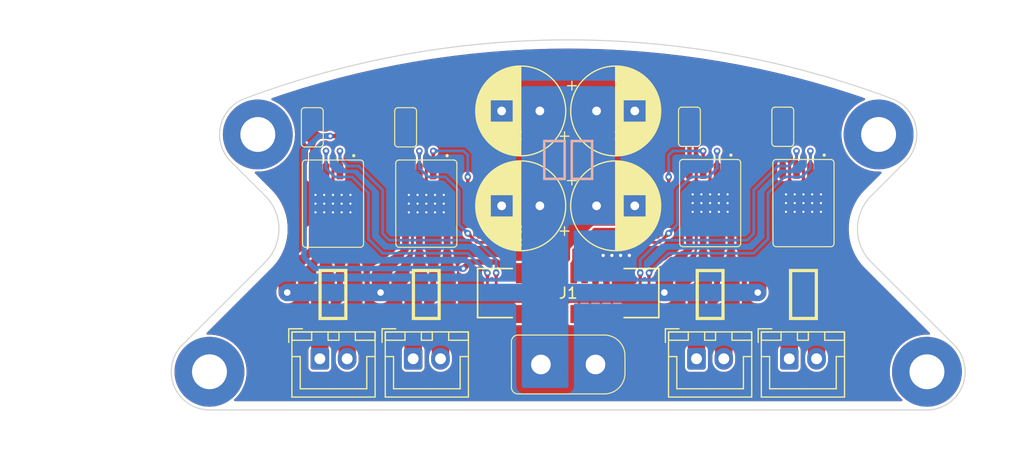
<source format=kicad_pcb>
(kicad_pcb (version 20240108) (generator "pcbnew") (generator_version "8.0")
  (layers (0 "F.Cu" signal) (31 "B.Cu" signal) (34 "B.Paste" user) (35 "F.Paste" user) (36 "B.SilkS" user "B.Silkscreen") (37 "F.SilkS" user "F.Silkscreen") (38 "B.Mask" user) (39 "F.Mask" user) (44 "Edge.Cuts" user))
  (net 0 "")
  (net 1 "+12V")
  (net 2 "GNDREF")
  (net 3 "+5V FILT")
  (net 4 "FL IN 2")
  (net 5 "FL IN 1")
  (net 6 "/FL OUT 2")
  (net 7 "/FL OUT 1")
  (net 8 "/FR OUT 2")
  (net 9 "/FR OUT 1")
  (net 10 "FR IN 2")
  (net 11 "FR IN 1")
  (net 12 "BL IN 1")
  (net 13 "BL IN 2")
  (net 14 "/BL OUT 2")
  (net 15 "/BL OUT 1")
  (net 16 "BR IN 2")
  (net 17 "/BR OUT 1")
  (net 18 "/BR OUT 2")
  (net 19 "BR IN 1")
  (footprint "MountingHole:MountingHole_3.2mm_M3_Pad" (layer "F.Cu") (at 170.042641 114.850462)
    (property "Reference" "H4" (hide yes))
    (property "Value" "MountingHole")
    (pad "1" thru_hole circle (at 0 0) (size 6.4 6.4) (drill 3.2) (layers "*.Cu" "*.Mask"))
  )
  (footprint "Library:xt30-f" (layer "F.Cu") (at 137.180978 114.183123)
    (property "Reference" "J7" (hide yes))
    (property "Value" "Conn_01x02" (hide yes))
    (pad "1" thru_hole roundrect (at -2.5 0 180) (size 3 3) (drill 1.8) (layers "*.Cu" "*.Mask" "Dwgs.User") (roundrect_rratio 0.1) (net 1 "+12V"))
    (pad "2" thru_hole circle (at 2.5 0 180) (size 3 3) (drill 1.8) (layers "*.Cu" "*.Mask") (net 2 "GNDREF"))
  )
  (footprint "Library:P-HSOP8-0405-1p27-001_TOS" (layer "F.Cu") (at 124.180978 99.433123 -90)
    (property "Reference" "IC4" (hide yes))
    (property "Value" "TB67H450FNG,EL" (hide yes))
    (pad "1" smd roundrect (at -2.921 -1.905) (size 0.6 1.4) (layers "F.Cu" "F.Paste" "F.Mask") (roundrect_rratio 0.1) (net 2 "GNDREF"))
    (pad "2" smd roundrect (at -2.921 -0.635) (size 0.6 1.4) (layers "F.Cu" "F.Paste" "F.Mask") (roundrect_rratio 0.1) (net 16 "BR IN 2"))
    (pad "3" smd roundrect (at -2.921 0.635) (size 0.6 1.4) (layers "F.Cu" "F.Paste" "F.Mask") (roundrect_rratio 0.1) (net 19 "BR IN 1"))
    (pad "4" smd roundrect (at -2.921 1.905) (size 0.6 1.4) (layers "F.Cu" "F.Paste" "F.Mask") (roundrect_rratio 0.1) (net 3 "+5V FILT"))
    (pad "5" smd roundrect (at 2.921 1.905 180) (size 0.6 1.4) (layers "F.Cu" "F.Paste" "F.Mask") (roundrect_rratio 0.1) (net 1 "+12V"))
    (pad "6" smd roundrect (at 2.921 0.635 180) (size 0.6 1.4) (layers "F.Cu" "F.Paste" "F.Mask") (roundrect_rratio 0.1) (net 17 "/BR OUT 1"))
    (pad "7" smd roundrect (at 2.921 -0.635 180) (size 0.6 1.4) (layers "F.Cu" "F.Paste" "F.Mask") (roundrect_rratio 0.1) (net 2 "GNDREF"))
    (pad "8" smd roundrect (at 2.921 -1.905 180) (size 0.6 1.4) (layers "F.Cu" "F.Paste" "F.Mask") (roundrect_rratio 0.1) (net 18 "/BR OUT 2"))
    (pad "9" thru_hole circle (at -0.8 -1.6 270) (size 0.4 0.4) (drill 0.2) (layers "*.Cu" "*.Mask") (net 2 "GNDREF"))
    (pad "9" thru_hole circle (at -0.8 -0.8 270) (size 0.4 0.4) (drill 0.2) (layers "*.Cu" "*.Mask") (net 2 "GNDREF"))
    (pad "9" thru_hole circle (at -0.8 0 270) (size 0.4 0.4) (drill 0.2) (layers "*.Cu" "*.Mask") (net 2 "GNDREF"))
    (pad "9" thru_hole circle (at -0.8 0.8 90) (size 0.4 0.4) (drill 0.2) (layers "*.Cu" "*.Mask") (net 2 "GNDREF"))
    (pad "9" thru_hole circle (at -0.8 1.6 90) (size 0.4 0.4) (drill 0.2) (layers "*.Cu" "*.Mask") (net 2 "GNDREF"))
    (pad "9" thru_hole circle (at 0 -1.6 270) (size 0.4 0.4) (drill 0.2) (layers "*.Cu" "*.Mask") (net 2 "GNDREF"))
    (pad "9" thru_hole circle (at 0 -0.8 270) (size 0.4 0.4) (drill 0.2) (layers "*.Cu" "*.Mask") (net 2 "GNDREF"))
    (pad "9" thru_hole circle (at 0 0 270) (size 0.4 0.4) (drill 0.2) (layers "*.Cu" "*.Mask") (net 2 "GNDREF"))
    (pad "9" smd roundrect (at 0 0 270) (size 2.4 4) (layers "F.Cu" "F.Paste" "F.Mask") (roundrect_rratio 0.1) (net 2 "GNDREF"))
    (pad "9" thru_hole circle (at 0 0.8 90) (size 0.4 0.4) (drill 0.2) (layers "*.Cu" "*.Mask") (net 2 "GNDREF"))
    (pad "9" thru_hole circle (at 0 1.6 90) (size 0.4 0.4) (drill 0.2) (layers "*.Cu" "*.Mask") (net 2 "GNDREF"))
    (pad "9" thru_hole circle (at 0.8 -1.6 270) (size 0.4 0.4) (drill 0.2) (layers "*.Cu" "*.Mask") (net 2 "GNDREF"))
    (pad "9" thru_hole circle (at 0.8 -0.8 270) (size 0.4 0.4) (drill 0.2) (layers "*.Cu" "*.Mask") (net 2 "GNDREF"))
    (pad "9" thru_hole circle (at 0.8 0 270) (size 0.4 0.4) (drill 0.2) (layers "*.Cu" "*.Mask") (net 2 "GNDREF"))
    (pad "9" thru_hole circle (at 0.8 0.8 90) (size 0.4 0.4) (drill 0.2) (layers "*.Cu" "*.Mask") (net 2 "GNDREF"))
    (pad "9" thru_hole circle (at 0.8 1.6 90) (size 0.4 0.4) (drill 0.2) (layers "*.Cu" "*.Mask") (net 2 "GNDREF"))
  )
  (footprint "Connector_JST:JST_XH_B2B-XH-A_1x02_P2.50mm_Vertical" (layer "F.Cu") (at 114.430978 113.658123)
    (property "Reference" "J5" (hide yes))
    (property "Value" "BL")
    (pad "1" thru_hole roundrect (at 0 0) (size 1.7 2) (drill 1) (layers "*.Cu" "*.Mask") (roundrect_rratio 0.147059) (net 15 "/BL OUT 1"))
    (pad "2" thru_hole oval (at 2.5 0) (size 1.7 2) (drill 1) (layers "*.Cu" "*.Mask") (net 14 "/BL OUT 2"))
  )
  (footprint "Library:P-HSOP8-0405-1p27-001_TOS" (layer "F.Cu") (at 158.730978 99.383123 -90)
    (property "Reference" "IC2" (hide yes))
    (property "Value" "TB67H450FNG,EL" (hide yes))
    (pad "1" smd roundrect (at -2.921 -1.905) (size 0.6 1.4) (layers "F.Cu" "F.Paste" "F.Mask") (roundrect_rratio 0.1) (net 2 "GNDREF"))
    (pad "2" smd roundrect (at -2.921 -0.635) (size 0.6 1.4) (layers "F.Cu" "F.Paste" "F.Mask") (roundrect_rratio 0.1) (net 10 "FR IN 2"))
    (pad "3" smd roundrect (at -2.921 0.635) (size 0.6 1.4) (layers "F.Cu" "F.Paste" "F.Mask") (roundrect_rratio 0.1) (net 11 "FR IN 1"))
    (pad "4" smd roundrect (at -2.921 1.905) (size 0.6 1.4) (layers "F.Cu" "F.Paste" "F.Mask") (roundrect_rratio 0.1) (net 3 "+5V FILT"))
    (pad "5" smd roundrect (at 2.921 1.905 180) (size 0.6 1.4) (layers "F.Cu" "F.Paste" "F.Mask") (roundrect_rratio 0.1) (net 1 "+12V"))
    (pad "6" smd roundrect (at 2.921 0.635 180) (size 0.6 1.4) (layers "F.Cu" "F.Paste" "F.Mask") (roundrect_rratio 0.1) (net 9 "/FR OUT 1"))
    (pad "7" smd roundrect (at 2.921 -0.635 180) (size 0.6 1.4) (layers "F.Cu" "F.Paste" "F.Mask") (roundrect_rratio 0.1) (net 2 "GNDREF"))
    (pad "8" smd roundrect (at 2.921 -1.905 180) (size 0.6 1.4) (layers "F.Cu" "F.Paste" "F.Mask") (roundrect_rratio 0.1) (net 8 "/FR OUT 2"))
    (pad "9" thru_hole circle (at -0.8 -1.6 270) (size 0.4 0.4) (drill 0.2) (layers "*.Cu" "*.Mask") (net 2 "GNDREF"))
    (pad "9" thru_hole circle (at -0.8 -0.8 270) (size 0.4 0.4) (drill 0.2) (layers "*.Cu" "*.Mask") (net 2 "GNDREF"))
    (pad "9" thru_hole circle (at -0.8 0 270) (size 0.4 0.4) (drill 0.2) (layers "*.Cu" "*.Mask") (net 2 "GNDREF"))
    (pad "9" thru_hole circle (at -0.8 0.8 90) (size 0.4 0.4) (drill 0.2) (layers "*.Cu" "*.Mask") (net 2 "GNDREF"))
    (pad "9" thru_hole circle (at -0.8 1.6 90) (size 0.4 0.4) (drill 0.2) (layers "*.Cu" "*.Mask") (net 2 "GNDREF"))
    (pad "9" thru_hole circle (at 0 -1.6 270) (size 0.4 0.4) (drill 0.2) (layers "*.Cu" "*.Mask") (net 2 "GNDREF"))
    (pad "9" thru_hole circle (at 0 -0.8 270) (size 0.4 0.4) (drill 0.2) (layers "*.Cu" "*.Mask") (net 2 "GNDREF"))
    (pad "9" thru_hole circle (at 0 0 270) (size 0.4 0.4) (drill 0.2) (layers "*.Cu" "*.Mask") (net 2 "GNDREF"))
    (pad "9" smd roundrect (at 0 0 270) (size 2.4 4) (layers "F.Cu" "F.Paste" "F.Mask") (roundrect_rratio 0.1) (net 2 "GNDREF"))
    (pad "9" thru_hole circle (at 0 0.8 90) (size 0.4 0.4) (drill 0.2) (layers "*.Cu" "*.Mask") (net 2 "GNDREF"))
    (pad "9" thru_hole circle (at 0 1.6 90) (size 0.4 0.4) (drill 0.2) (layers "*.Cu" "*.Mask") (net 2 "GNDREF"))
    (pad "9" thru_hole circle (at 0.8 -1.6 270) (size 0.4 0.4) (drill 0.2) (layers "*.Cu" "*.Mask") (net 2 "GNDREF"))
    (pad "9" thru_hole circle (at 0.8 -0.8 270) (size 0.4 0.4) (drill 0.2) (layers "*.Cu" "*.Mask") (net 2 "GNDREF"))
    (pad "9" thru_hole circle (at 0.8 0 270) (size 0.4 0.4) (drill 0.2) (layers "*.Cu" "*.Mask") (net 2 "GNDREF"))
    (pad "9" thru_hole circle (at 0.8 0.8 90) (size 0.4 0.4) (drill 0.2) (layers "*.Cu" "*.Mask") (net 2 "GNDREF"))
    (pad "9" thru_hole circle (at 0.8 1.6 90) (size 0.4 0.4) (drill 0.2) (layers "*.Cu" "*.Mask") (net 2 "GNDREF"))
  )
  (footprint "Capacitor_THT:CP_Radial_D8.0mm_P3.50mm" (layer "F.Cu") (at 134.583629 90.933123 180)
    (property "Reference" "C1" (hide yes))
    (property "Value" "100u")
    (pad "1" thru_hole rect (at 0 0 180) (size 1.6 1.6) (drill 0.8) (layers "*.Cu" "*.Mask") (net 1 "+12V"))
    (pad "2" thru_hole circle (at 3.5 0 180) (size 1.6 1.6) (drill 0.8) (layers "*.Cu" "*.Mask") (net 2 "GNDREF"))
  )
  (footprint "Library:P-HSOP8-0405-1p27-001_TOS" (layer "F.Cu") (at 115.630978 99.433123 -90)
    (property "Reference" "IC3" (hide yes))
    (property "Value" "TB67H450FNG,EL" (hide yes))
    (pad "1" smd roundrect (at -2.921 -1.905) (size 0.6 1.4) (layers "F.Cu" "F.Paste" "F.Mask") (roundrect_rratio 0.1) (net 2 "GNDREF"))
    (pad "2" smd roundrect (at -2.921 -0.635) (size 0.6 1.4) (layers "F.Cu" "F.Paste" "F.Mask") (roundrect_rratio 0.1) (net 13 "BL IN 2"))
    (pad "3" smd roundrect (at -2.921 0.635) (size 0.6 1.4) (layers "F.Cu" "F.Paste" "F.Mask") (roundrect_rratio 0.1) (net 12 "BL IN 1"))
    (pad "4" smd roundrect (at -2.921 1.905) (size 0.6 1.4) (layers "F.Cu" "F.Paste" "F.Mask") (roundrect_rratio 0.1) (net 3 "+5V FILT"))
    (pad "5" smd roundrect (at 2.921 1.905 180) (size 0.6 1.4) (layers "F.Cu" "F.Paste" "F.Mask") (roundrect_rratio 0.1) (net 1 "+12V"))
    (pad "6" smd roundrect (at 2.921 0.635 180) (size 0.6 1.4) (layers "F.Cu" "F.Paste" "F.Mask") (roundrect_rratio 0.1) (net 15 "/BL OUT 1"))
    (pad "7" smd roundrect (at 2.921 -0.635 180) (size 0.6 1.4) (layers "F.Cu" "F.Paste" "F.Mask") (roundrect_rratio 0.1) (net 2 "GNDREF"))
    (pad "8" smd roundrect (at 2.921 -1.905 180) (size 0.6 1.4) (layers "F.Cu" "F.Paste" "F.Mask") (roundrect_rratio 0.1) (net 14 "/BL OUT 2"))
    (pad "9" thru_hole circle (at -0.8 -1.6 270) (size 0.4 0.4) (drill 0.2) (layers "*.Cu" "*.Mask") (net 2 "GNDREF"))
    (pad "9" thru_hole circle (at -0.8 -0.8 270) (size 0.4 0.4) (drill 0.2) (layers "*.Cu" "*.Mask") (net 2 "GNDREF"))
    (pad "9" thru_hole circle (at -0.8 0 270) (size 0.4 0.4) (drill 0.2) (layers "*.Cu" "*.Mask") (net 2 "GNDREF"))
    (pad "9" thru_hole circle (at -0.8 0.8 90) (size 0.4 0.4) (drill 0.2) (layers "*.Cu" "*.Mask") (net 2 "GNDREF"))
    (pad "9" thru_hole circle (at -0.8 1.6 90) (size 0.4 0.4) (drill 0.2) (layers "*.Cu" "*.Mask") (net 2 "GNDREF"))
    (pad "9" thru_hole circle (at 0 -1.6 270) (size 0.4 0.4) (drill 0.2) (layers "*.Cu" "*.Mask") (net 2 "GNDREF"))
    (pad "9" thru_hole circle (at 0 -0.8 270) (size 0.4 0.4) (drill 0.2) (layers "*.Cu" "*.Mask") (net 2 "GNDREF"))
    (pad "9" thru_hole circle (at 0 0 270) (size 0.4 0.4) (drill 0.2) (layers "*.Cu" "*.Mask") (net 2 "GNDREF"))
    (pad "9" smd roundrect (at 0 0 270) (size 2.4 4) (layers "F.Cu" "F.Paste" "F.Mask") (roundrect_rratio 0.1) (net 2 "GNDREF"))
    (pad "9" thru_hole circle (at 0 0.8 90) (size 0.4 0.4) (drill 0.2) (layers "*.Cu" "*.Mask") (net 2 "GNDREF"))
    (pad "9" thru_hole circle (at 0 1.6 90) (size 0.4 0.4) (drill 0.2) (layers "*.Cu" "*.Mask") (net 2 "GNDREF"))
    (pad "9" thru_hole circle (at 0.8 -1.6 270) (size 0.4 0.4) (drill 0.2) (layers "*.Cu" "*.Mask") (net 2 "GNDREF"))
    (pad "9" thru_hole circle (at 0.8 -0.8 270) (size 0.4 0.4) (drill 0.2) (layers "*.Cu" "*.Mask") (net 2 "GNDREF"))
    (pad "9" thru_hole circle (at 0.8 0 270) (size 0.4 0.4) (drill 0.2) (layers "*.Cu" "*.Mask") (net 2 "GNDREF"))
    (pad "9" thru_hole circle (at 0.8 0.8 90) (size 0.4 0.4) (drill 0.2) (layers "*.Cu" "*.Mask") (net 2 "GNDREF"))
    (pad "9" thru_hole circle (at 0.8 1.6 90) (size 0.4 0.4) (drill 0.2) (layers "*.Cu" "*.Mask") (net 2 "GNDREF"))
  )
  (footprint "Library:526101071" (layer "F.Cu") (at 137.180978 107.633123)
    (property "Reference" "J1" (at 0 0 0) (layer "F.SilkS"))
    (property "Value" "Conn_01x10" (hide yes))
    (pad "1" smd rect (at -4.499983 -1.825) (size 0.6 1.85) (layers "F.Cu" "F.Paste" "F.Mask") (net 3 "+5V FILT"))
    (pad "1B" smd rect (at -4.499983 1.925) (size 0.6 1.65) (layers "F.Cu" "F.Paste" "F.Mask"))
    (pad "2" smd rect (at -3.499983 -1.825) (size 0.6 1.85) (layers "F.Cu" "F.Paste" "F.Mask") (net 13 "BL IN 2"))
    (pad "2B" smd rect (at -3.499983 1.925) (size 0.6 1.65) (layers "F.Cu" "F.Paste" "F.Mask"))
    (pad "3" smd rect (at -2.499983 -1.825) (size 0.6 1.85) (layers "F.Cu" "F.Paste" "F.Mask") (net 12 "BL IN 1"))
    (pad "3B" smd rect (at -2.499983 1.925) (size 0.6 1.65) (layers "F.Cu" "F.Paste" "F.Mask"))
    (pad "4" smd rect (at -1.499983 -1.825) (size 0.6 1.85) (layers "F.Cu" "F.Paste" "F.Mask") (net 19 "BR IN 1"))
    (pad "4B" smd rect (at -1.499983 1.925) (size 0.6 1.65) (layers "F.Cu" "F.Paste" "F.Mask"))
    (pad "5" smd rect (at -0.499983 -1.825) (size 0.6 1.85) (layers "F.Cu" "F.Paste" "F.Mask") (net 16 "BR IN 2"))
    (pad "5B" smd rect (at -0.499983 1.925) (size 0.6 1.65) (layers "F.Cu" "F.Paste" "F.Mask"))
    (pad "6" smd rect (at 0.500017 -1.825) (size 0.6 1.85) (layers "F.Cu" "F.Paste" "F.Mask") (net 5 "FL IN 1"))
    (pad "6B" smd rect (at 0.500017 1.925) (size 0.6 1.65) (layers "F.Cu" "F.Paste" "F.Mask"))
    (pad "7" smd rect (at 1.500017 -1.825) (size 0.6 1.85) (layers "F.Cu" "F.Paste" "F.Mask") (net 4 "FL IN 2"))
    (pad "7B" smd rect (at 1.500017 1.925) (size 0.6 1.65) (layers "F.Cu" "F.Paste" "F.Mask"))
    (pad "8" smd rect (at 2.500017 -1.825) (size 0.6 1.85) (layers "F.Cu" "F.Paste" "F.Mask") (net 10 "FR IN 2"))
    (pad "8B" smd rect (at 2.500017 1.925) (size 0.6 1.65) (layers "F.Cu" "F.Paste" "F.Mask"))
    (pad "9" smd rect (at 3.500017 -1.825) (size 0.6 1.85) (layers "F.Cu" "F.Paste" "F.Mask") (net 11 "FR IN 1"))
    (pad "9B" smd rect (at 3.500017 1.925) (size 0.6 1.65) (layers "F.Cu" "F.Paste" "F.Mask"))
    (pad "10" smd rect (at 4.500017 -1.825) (size 0.6 1.85) (layers "F.Cu" "F.Paste" "F.Mask") (net 2 "GNDREF"))
    (pad "10B" smd rect (at 4.500017 1.925) (size 0.6 1.65) (layers "F.Cu" "F.Paste" "F.Mask"))
  )
  (footprint "Library:cap0603" (layer "F.Cu") (at 156.835978 92.383123 90)
    (property "Reference" "C4" (hide yes))
    (property "Value" "0u1" (hide yes))
    (pad "1" smd roundrect (at -0.8 0 90) (size 1 1) (layers "F.Cu" "F.Paste" "F.Mask") (roundrect_rratio 0.1) (net 3 "+5V FILT"))
    (pad "2" smd roundrect (at 0.8 0 90) (size 1 1) (layers "F.Cu" "F.Paste" "F.Mask") (roundrect_rratio 0.1) (net 2 "GNDREF"))
  )
  (footprint "MountingHole:MountingHole_3.2mm_M3_Pad" (layer "F.Cu") (at 108.748792 93.090285)
    (property "Reference" "H1" (hide yes))
    (property "Value" "MountingHole")
    (pad "1" thru_hole circle (at 0 0) (size 6.4 6.4) (drill 3.2) (layers "*.Cu" "*.Mask"))
  )
  (footprint "Capacitor_THT:CP_Radial_D8.0mm_P3.50mm" (layer "F.Cu") (at 134.583629 99.633123 180)
    (property "Reference" "C5" (hide yes))
    (property "Value" "100u")
    (pad "1" thru_hole rect (at 0 0 180) (size 1.6 1.6) (drill 0.8) (layers "*.Cu" "*.Mask") (net 1 "+12V"))
    (pad "2" thru_hole circle (at 3.5 0 180) (size 1.6 1.6) (drill 0.8) (layers "*.Cu" "*.Mask") (net 2 "GNDREF"))
  )
  (footprint "Library:cap0603" (layer "F.Cu") (at 113.735978 92.433123 90)
    (property "Reference" "C7" (hide yes))
    (property "Value" "0u1" (hide yes))
    (pad "1" smd roundrect (at -0.8 0 90) (size 1 1) (layers "F.Cu" "F.Paste" "F.Mask") (roundrect_rratio 0.1) (net 3 "+5V FILT"))
    (pad "2" smd roundrect (at 0.8 0 90) (size 1 1) (layers "F.Cu" "F.Paste" "F.Mask") (roundrect_rratio 0.1) (net 2 "GNDREF"))
  )
  (footprint "MountingHole:MountingHole_3.2mm_M3_Pad" (layer "F.Cu") (at 104.319315 114.850462)
    (property "Reference" "H3" (hide yes))
    (property "Value" "MountingHole")
    (pad "1" thru_hole circle (at 0 0) (size 6.4 6.4) (drill 3.2) (layers "*.Cu" "*.Mask"))
  )
  (footprint "Connector_JST:JST_XH_B2B-XH-A_1x02_P2.50mm_Vertical" (layer "F.Cu") (at 157.430978 113.658123)
    (property "Reference" "J4" (hide yes))
    (property "Value" "FR")
    (pad "1" thru_hole roundrect (at 0 0) (size 1.7 2) (drill 1) (layers "*.Cu" "*.Mask") (roundrect_rratio 0.147059) (net 9 "/FR OUT 1"))
    (pad "2" thru_hole oval (at 2.5 0) (size 1.7 2) (drill 1) (layers "*.Cu" "*.Mask") (net 8 "/FR OUT 2"))
  )
  (footprint "Connector_JST:JST_XH_B2B-XH-A_1x02_P2.50mm_Vertical" (layer "F.Cu") (at 148.930978 113.658123)
    (property "Reference" "J3" (hide yes))
    (property "Value" "FL")
    (pad "1" thru_hole roundrect (at 0 0) (size 1.7 2) (drill 1) (layers "*.Cu" "*.Mask") (roundrect_rratio 0.147059) (net 7 "/FL OUT 1"))
    (pad "2" thru_hole oval (at 2.5 0) (size 1.7 2) (drill 1) (layers "*.Cu" "*.Mask") (net 6 "/FL OUT 2"))
  )
  (footprint "Capacitor_THT:CP_Radial_D8.0mm_P3.50mm" (layer "F.Cu") (at 139.778327 90.933123)
    (property "Reference" "C2" (hide yes))
    (property "Value" "100u")
    (pad "1" thru_hole rect (at 0 0) (size 1.6 1.6) (drill 0.8) (layers "*.Cu" "*.Mask") (net 1 "+12V"))
    (pad "2" thru_hole circle (at 3.5 0) (size 1.6 1.6) (drill 0.8) (layers "*.Cu" "*.Mask") (net 2 "GNDREF"))
  )
  (footprint "Library:cap0603" (layer "F.Cu") (at 148.285978 92.383123 90)
    (property "Reference" "C3" (hide yes))
    (property "Value" "0u1" (hide yes))
    (pad "1" smd roundrect (at -0.8 0 90) (size 1 1) (layers "F.Cu" "F.Paste" "F.Mask") (roundrect_rratio 0.1) (net 3 "+5V FILT"))
    (pad "2" smd roundrect (at 0.8 0 90) (size 1 1) (layers "F.Cu" "F.Paste" "F.Mask") (roundrect_rratio 0.1) (net 2 "GNDREF"))
  )
  (footprint "Library:P-HSOP8-0405-1p27-001_TOS" (layer "F.Cu") (at 150.180978 99.383123 -90)
    (property "Reference" "IC1" (hide yes))
    (property "Value" "TB67H450FNG,EL" (hide yes))
    (pad "1" smd roundrect (at -2.921 -1.905) (size 0.6 1.4) (layers "F.Cu" "F.Paste" "F.Mask") (roundrect_rratio 0.1) (net 2 "GNDREF"))
    (pad "2" smd roundrect (at -2.921 -0.635) (size 0.6 1.4) (layers "F.Cu" "F.Paste" "F.Mask") (roundrect_rratio 0.1) (net 4 "FL IN 2"))
    (pad "3" smd roundrect (at -2.921 0.635) (size 0.6 1.4) (layers "F.Cu" "F.Paste" "F.Mask") (roundrect_rratio 0.1) (net 5 "FL IN 1"))
    (pad "4" smd roundrect (at -2.921 1.905) (size 0.6 1.4) (layers "F.Cu" "F.Paste" "F.Mask") (roundrect_rratio 0.1) (net 3 "+5V FILT"))
    (pad "5" smd roundrect (at 2.921 1.905 180) (size 0.6 1.4) (layers "F.Cu" "F.Paste" "F.Mask") (roundrect_rratio 0.1) (net 1 "+12V"))
    (pad "6" smd roundrect (at 2.921 0.635 180) (size 0.6 1.4) (layers "F.Cu" "F.Paste" "F.Mask") (roundrect_rratio 0.1) (net 7 "/FL OUT 1"))
    (pad "7" smd roundrect (at 2.921 -0.635 180) (size 0.6 1.4) (layers "F.Cu" "F.Paste" "F.Mask") (roundrect_rratio 0.1) (net 2 "GNDREF"))
    (pad "8" smd roundrect (at 2.921 -1.905 180) (size 0.6 1.4) (layers "F.Cu" "F.Paste" "F.Mask") (roundrect_rratio 0.1) (net 6 "/FL OUT 2"))
    (pad "9" thru_hole circle (at -0.8 -1.6 270) (size 0.4 0.4) (drill 0.2) (layers "*.Cu" "*.Mask") (net 2 "GNDREF"))
    (pad "9" thru_hole circle (at -0.8 -0.8 270) (size 0.4 0.4) (drill 0.2) (layers "*.Cu" "*.Mask") (net 2 "GNDREF"))
    (pad "9" thru_hole circle (at -0.8 0 270) (size 0.4 0.4) (drill 0.2) (layers "*.Cu" "*.Mask") (net 2 "GNDREF"))
    (pad "9" thru_hole circle (at -0.8 0.8 90) (size 0.4 0.4) (drill 0.2) (layers "*.Cu" "*.Mask") (net 2 "GNDREF"))
    (pad "9" thru_hole circle (at -0.8 1.6 90) (size 0.4 0.4) (drill 0.2) (layers "*.Cu" "*.Mask") (net 2 "GNDREF"))
    (pad "9" thru_hole circle (at 0 -1.6 270) (size 0.4 0.4) (drill 0.2) (layers "*.Cu" "*.Mask") (net 2 "GNDREF"))
    (pad "9" thru_hole circle (at 0 -0.8 270) (size 0.4 0.4) (drill 0.2) (layers "*.Cu" "*.Mask") (net 2 "GNDREF"))
    (pad "9" thru_hole circle (at 0 0 270) (size 0.4 0.4) (drill 0.2) (layers "*.Cu" "*.Mask") (net 2 "GNDREF"))
    (pad "9" smd roundrect (at 0 0 270) (size 2.4 4) (layers "F.Cu" "F.Paste" "F.Mask") (roundrect_rratio 0.1) (net 2 "GNDREF"))
    (pad "9" thru_hole circle (at 0 0.8 90) (size 0.4 0.4) (drill 0.2) (layers "*.Cu" "*.Mask") (net 2 "GNDREF"))
    (pad "9" thru_hole circle (at 0 1.6 90) (size 0.4 0.4) (drill 0.2) (layers "*.Cu" "*.Mask") (net 2 "GNDREF"))
    (pad "9" thru_hole circle (at 0.8 -1.6 270) (size 0.4 0.4) (drill 0.2) (layers "*.Cu" "*.Mask") (net 2 "GNDREF"))
    (pad "9" thru_hole circle (at 0.8 -0.8 270) (size 0.4 0.4) (drill 0.2) (layers "*.Cu" "*.Mask") (net 2 "GNDREF"))
    (pad "9" thru_hole circle (at 0.8 0 270) (size 0.4 0.4) (drill 0.2) (layers "*.Cu" "*.Mask") (net 2 "GNDREF"))
    (pad "9" thru_hole circle (at 0.8 0.8 90) (size 0.4 0.4) (drill 0.2) (layers "*.Cu" "*.Mask") (net 2 "GNDREF"))
    (pad "9" thru_hole circle (at 0.8 1.6 90) (size 0.4 0.4) (drill 0.2) (layers "*.Cu" "*.Mask") (net 2 "GNDREF"))
  )
  (footprint "MountingHole:MountingHole_3.2mm_M3_Pad" (layer "F.Cu") (at 165.613164 93.090286)
    (property "Reference" "H2" (hide yes))
    (property "Value" "MountingHole")
    (pad "1" thru_hole circle (at 0 0) (size 6.4 6.4) (drill 3.2) (layers "*.Cu" "*.Mask"))
  )
  (footprint "Library:cap0603" (layer "F.Cu") (at 122.285978 92.433123 90)
    (property "Reference" "C8" (hide yes))
    (property "Value" "0u1" (hide yes))
    (pad "1" smd roundrect (at -0.8 0 90) (size 1 1) (layers "F.Cu" "F.Paste" "F.Mask") (roundrect_rratio 0.1) (net 3 "+5V FILT"))
    (pad "2" smd roundrect (at 0.8 0 90) (size 1 1) (layers "F.Cu" "F.Paste" "F.Mask") (roundrect_rratio 0.1) (net 2 "GNDREF"))
  )
  (footprint "Capacitor_THT:CP_Radial_D8.0mm_P3.50mm" (layer "F.Cu") (at 139.778327 99.633123)
    (property "Reference" "C6" (hide yes))
    (property "Value" "100u")
    (pad "1" thru_hole rect (at 0 0) (size 1.6 1.6) (drill 0.8) (layers "*.Cu" "*.Mask") (net 1 "+12V"))
    (pad "2" thru_hole circle (at 3.5 0) (size 1.6 1.6) (drill 0.8) (layers "*.Cu" "*.Mask") (net 2 "GNDREF"))
  )
  (footprint "Connector_JST:JST_XH_B2B-XH-A_1x02_P2.50mm_Vertical" (layer "F.Cu") (at 122.980978 113.658123)
    (property "Reference" "J6" (hide yes))
    (property "Value" "BR")
    (pad "1" thru_hole roundrect (at 0 0) (size 1.7 2) (drill 1) (layers "*.Cu" "*.Mask") (roundrect_rratio 0.147059) (net 17 "/BR OUT 1"))
    (pad "2" thru_hole oval (at 2.5 0) (size 1.7 2) (drill 1) (layers "*.Cu" "*.Mask") (net 18 "/BR OUT 2"))
  )
  (gr_arc (start 172.517514 112.375588) (mid 173.276219 116.189855) (end 170.042641 118.350462) (stroke (width 0.1)) (layer "Edge.Cuts"))
  (gr_arc (start 166.846282 89.814706) (mid 169.034315 92.35152) (end 168.088038 95.565159) (stroke (width 0.1)) (layer "Edge.Cuts"))
  (gr_arc (start 106.273918 95.565159) (mid 105.327643 92.351521) (end 107.515674 89.814706) (stroke (width 0.1)) (layer "Edge.Cuts"))
  (gr_line (start 109.423835 104.796195) (end 101.844442 112.375589) (stroke (width 0.1)) (layer "Edge.Cuts"))
  (gr_circle (center 165.613164 93.090285) (end 165.613164 93.080285) (stroke (width 0.0001)) (fill solid) (layer "Edge.Cuts"))
  (gr_arc (start 104.319315 118.350462) (mid 101.08574 116.189854) (end 101.844442 112.375589) (stroke (width 0.1)) (layer "Edge.Cuts"))
  (gr_line (start 164.938121 98.715075) (end 168.088038 95.565159) (stroke (width 0.1)) (layer "Edge.Cuts"))
  (gr_line (start 106.273918 95.565159) (end 109.423835 98.715075) (stroke (width 0.1)) (layer "Edge.Cuts"))
  (gr_line (start 104.319315 118.350462) (end 170.042641 118.350462) (stroke (width 0.1)) (layer "Edge.Cuts"))
  (gr_line (start 172.517514 112.375588) (end 164.938121 104.796195) (stroke (width 0.1)) (layer "Edge.Cuts"))
  (gr_arc (start 107.515674 89.814706) (mid 137.180978 84.415783) (end 166.846282 89.814706) (stroke (width 0.1)) (layer "Edge.Cuts"))
  (gr_circle (center 170.042641 114.850462) (end 170.042641 114.840462) (stroke (width 0.0001)) (fill solid) (layer "Edge.Cuts"))
  (gr_circle (center 108.748792 93.090285) (end 108.748792 93.080285) (stroke (width 0.0001)) (fill solid) (layer "Edge.Cuts"))
  (gr_circle (center 104.319315 114.850462) (end 104.319315 114.840462) (stroke (width 0.0001)) (fill solid) (layer "Edge.Cuts"))
  (gr_arc (start 164.938121 104.796195) (mid 163.67868 101.755635) (end 164.938121 98.715075) (stroke (width 0.1)) (layer "Edge.Cuts"))
  (gr_arc (start 109.423835 98.715075) (mid 110.683276 101.755635) (end 109.423835 104.796195) (stroke (width 0.1)) (layer "Edge.Cuts"))
  (gr_text "雨子" (at 137.180978 95.283123 0) (layer "B.SilkS") (effects (font (size 3 3) (thickness 0.3) (bold yes)) (justify mirror)))
  (gr_text "高" (at 115.630978 107.583123 0) (layer "F.SilkS") (effects (font (size 3.8 3.8) (thickness 0.1) (bold yes))))
  (gr_text "表" (at 150.180978 107.583123 0) (layer "F.SilkS") (effects (font (size 3.8 3.8) (thickness 0.1) (bold yes))))
  (gr_text "温" (at 124.180978 107.583123 0) (layer "F.SilkS") (effects (font (size 3.8 3.8) (thickness 0.1) (bold yes))))
  (gr_text "面" (at 158.730978 107.583123 0) (layer "F.SilkS") (effects (font (size 3.8 3.8) (thickness 0.1) (bold yes))))
  (segment (start 112.746107 104.617994) (end 113.180978 104.183123) (width 0.8) (layer "F.Cu") (net 1))
  (segment (start 122.275978 103.638123) (end 121.730978 104.183123) (width 0.6) (layer "F.Cu") (net 1))
  (segment (start 148.275978 102.304122) (end 148.275978 103.588123) (width 0.6) (layer "F.Cu") (net 1))
  (segment (start 155.411236 105.002865) (end 155.846107 104.567994) (width 1) (layer "F.Cu") (net 1))
  (segment (start 146.861236 105.002865) (end 147.296107 104.567994) (width 1) (layer "F.Cu") (net 1))
  (segment (start 145.991494 105.872607) (end 146.426365 105.437736) (width 1.4) (layer "F.Cu") (net 1))
  (segment (start 111.441494 105.922607) (end 111.876365 105.487736) (width 1.4) (layer "F.Cu") (net 1))
  (segment (start 120.861236 105.052865) (end 121.296107 104.617994) (width 1) (layer "F.Cu") (net 1))
  (segment (start 156.825978 103.588123) (end 156.280978 104.133123) (width 0.6) (layer "F.Cu") (net 1))
  (segment (start 146.426365 105.437736) (end 146.861236 105.002865) (width 1.2) (layer "F.Cu") (net 1))
  (segment (start 156.825978 102.304122) (end 156.825978 103.588123) (width 0.6) (layer "F.Cu") (net 1))
  (segment (start 121.296107 104.617994) (end 121.730978 104.183123) (width 0.8) (layer "F.Cu") (net 1))
  (segment (start 112.311236 105.052865) (end 112.746107 104.617994) (width 1) (layer "F.Cu") (net 1))
  (segment (start 148.275978 103.588123) (end 147.730978 104.133123) (width 0.6) (layer "F.Cu") (net 1))
  (segment (start 113.725978 103.638123) (end 113.180978 104.183123) (width 0.6) (layer "F.Cu") (net 1))
  (segment (start 155.846107 104.567994) (end 156.280978 104.133123) (width 0.8) (layer "F.Cu") (net 1))
  (segment (start 154.541494 105.872607) (end 154.976365 105.437736) (width 1.4) (layer "F.Cu") (net 1))
  (segment (start 145.991494 105.872607) (end 145.991494 107.583123) (width 1.6) (layer "F.Cu") (net 1))
  (segment (start 122.275978 102.354122) (end 122.275978 103.638123) (width 0.6) (layer "F.Cu") (net 1))
  (segment (start 154.976365 105.437736) (end 155.411236 105.002865) (width 1.2) (layer "F.Cu") (net 1))
  (segment (start 111.876365 105.487736) (end 112.311236 105.052865) (width 1.2) (layer "F.Cu") (net 1))
  (segment (start 120.426365 105.487736) (end 120.861236 105.052865) (width 1.2) (layer "F.Cu") (net 1))
  (segment (start 113.725978 102.354122) (end 113.725978 103.638123) (width 0.6) (layer "F.Cu") (net 1))
  (segment (start 147.296107 104.567994) (end 147.730978 104.133123) (width 0.8) (layer "F.Cu") (net 1))
  (segment (start 119.991494 105.922607) (end 119.991494 107.583123) (width 1.6) (layer "F.Cu") (net 1))
  (segment (start 119.991494 105.922607) (end 120.426365 105.487736) (width 1.4) (layer "F.Cu") (net 1))
  (segment (start 154.541494 105.872607) (end 154.541494 107.583123) (width 1.6) (layer "F.Cu") (net 1))
  (segment (start 111.441494 105.922607) (end 111.441494 107.583123) (width 1.6) (layer "F.Cu") (net 1))
  (via (at 154.541494 107.583123) (size 0.9) (drill 0.6) (layers "F.Cu" "B.Cu") (net 1))
  (via (at 111.441494 107.583123) (size 0.9) (drill 0.6) (layers "F.Cu" "B.Cu") (net 1))
  (via (at 145.991494 107.583123) (size 0.9) (drill 0.6) (layers "F.Cu" "B.Cu") (net 1))
  (via (at 119.991494 107.583123) (size 0.9) (drill 0.6) (layers "F.Cu" "B.Cu") (net 1))
  (segment (start 111.441494 107.583123) (end 154.541494 107.583123) (width 1.6) (layer "B.Cu") (net 1))
  (via (at 140.380978 104.183123) (size 0.6) (drill 0.3) (layers "F.Cu" "B.Cu") (net 2))
  (via (at 141.180978 104.183123) (size 0.6) (drill 0.3) (layers "F.Cu" "B.Cu") (net 2))
  (via (at 141.980978 104.183123) (size 0.6) (drill 0.3) (layers "F.Cu" "B.Cu") (net 2))
  (via (at 142.780978 104.183123) (size 0.6) (drill 0.3) (layers "F.Cu" "B.Cu") (net 2))
  (segment (start 156.555977 93.183122) (end 156.505977 93.233122) (width 0.5) (layer "F.Cu") (net 3))
  (segment (start 148.285978 93.183122) (end 148.285978 96.452124) (width 0.4) (layer "F.Cu") (net 3))
  (segment (start 156.835978 93.183122) (end 156.835978 96.452124) (width 0.4) (layer "F.Cu") (net 3))
  (segment (start 122.285978 93.233122) (end 122.285978 96.502124) (width 0.4) (layer "F.Cu") (net 3))
  (segment (start 130.655997 104.783123) (end 131.680997 105.808123) (width 0.5) (layer "F.Cu") (net 3))
  (segment (start 113.735978 93.233122) (end 122.285978 93.233122) (width 0.4) (layer "F.Cu") (net 3))
  (segment (start 113.735978 93.233122) (end 113.735978 96.502124) (width 0.4) (layer "F.Cu") (net 3))
  (segment (start 127.580978 105.383123) (end 128.180978 104.783123) (width 0.5) (layer "F.Cu") (net 3))
  (segment (start 156.835978 93.183122) (end 156.555977 93.183122) (width 0.5) (layer "F.Cu") (net 3))
  (segment (start 132.680996 105.808123) (end 131.680997 105.808123) (width 0.5) (layer "F.Cu") (net 3))
  (segment (start 122.380979 93.183122) (end 156.835978 93.183122) (width 0.4) (layer "F.Cu") (net 3))
  (segment (start 128.180978 104.783123) (end 130.655997 104.783123) (width 0.5) (layer "F.Cu") (net 3))
  (via (at 127.580978 105.383123) (size 0.6) (drill 0.3) (layers "F.Cu" "B.Cu") (net 3))
  (via (at 115.380978 93.233122) (size 0.6) (drill 0.3) (layers "F.Cu" "B.Cu") (net 3))
  (segment (start 112.980978 94.583123) (end 114.330979 93.233122) (width 0.5) (layer "B.Cu") (net 3))
  (segment (start 114.330979 93.233122) (end 115.380978 93.233122) (width 0.5) (layer "B.Cu") (net 3))
  (segment (start 127.580978 105.383123) (end 113.980978 105.383123) (width 0.5) (layer "B.Cu") (net 3))
  (segment (start 112.980978 104.383123) (end 112.980978 94.583123) (width 0.5) (layer "B.Cu") (net 3))
  (segment (start 113.980978 105.383123) (end 112.980978 104.383123) (width 0.5) (layer "B.Cu") (net 3))
  (segment (start 138.680997 104.629123) (end 138.680997 105.808123) (width 0.254) (layer "F.Cu") (net 4))
  (segment (start 150.816016 96.512123) (end 150.816016 94.598123) (width 0.254) (layer "F.Cu") (net 4))
  (segment (start 146.381016 102.156123) (end 145.554016 102.983123) (width 0.254) (layer "F.Cu") (net 4))
  (segment (start 145.554016 102.983123) (end 140.326996 102.983123) (width 0.254) (layer "F.Cu") (net 4))
  (segment (start 138.680997 104.629123) (end 140.326996 102.983123) (width 0.254) (layer "F.Cu") (net 4))
  (via (at 150.816016 94.598123) (size 0.6) (drill 0.3) (layers "F.Cu" "B.Cu") (net 4))
  (via (at 146.381016 102.156123) (size 0.6) (drill 0.3) (layers "F.Cu" "B.Cu") (net 4))
  (segment (start 148.431016 96.983123) (end 150.031016 96.983123) (width 0.254) (layer "B.Cu") (net 4))
  (segment (start 147.181016 101.356123) (end 147.181016 98.233123) (width 0.254) (layer "B.Cu") (net 4))
  (segment (start 147.181016 98.233123) (end 148.431016 96.983123) (width 0.254) (layer "B.Cu") (net 4))
  (segment (start 146.381016 102.156123) (end 147.181016 101.356123) (width 0.254) (layer "B.Cu") (net 4))
  (segment (start 150.031016 96.983123) (end 150.816016 96.198123) (width 0.254) (layer "B.Cu") (net 4))
  (segment (start 150.816016 96.198123) (end 150.816016 94.598123) (width 0.254) (layer "B.Cu") (net 4))
  (segment (start 146.380978 100.183161) (end 144.780978 101.783161) (width 0.254) (layer "F.Cu") (net 5))
  (segment (start 137.680997 103.683142) (end 139.580978 101.783161) (width 0.254) (layer "F.Cu") (net 5))
  (segment (start 144.780978 101.783161) (end 139.580978 101.783161) (width 0.254) (layer "F.Cu") (net 5))
  (segment (start 149.545978 96.462123) (end 149.545978 94.598161) (width 0.254) (layer "F.Cu") (net 5))
  (segment (start 146.380978 96.983161) (end 146.380978 100.183161) (width 0.254) (layer "F.Cu") (net 5))
  (segment (start 137.680997 103.683142) (end 137.680997 105.808123) (width 0.254) (layer "F.Cu") (net 5))
  (segment (start 149.545978 94.598161) (end 149.546016 94.598123) (width 0.254) (layer "F.Cu") (net 5))
  (via (at 146.380978 96.983161) (size 0.6) (drill 0.3) (layers "F.Cu" "B.Cu") (net 5))
  (via (at 149.546016 94.598123) (size 0.6) (drill 0.3) (layers "F.Cu" "B.Cu") (net 5))
  (segment (start 146.765978 94.598161) (end 146.380978 94.983161) (width 0.254) (layer "B.Cu") (net 5))
  (segment (start 146.380978 94.983161) (end 146.380978 96.983161) (width 0.254) (layer "B.Cu") (net 5))
  (segment (start 149.545978 94.598161) (end 146.765978 94.598161) (width 0.254) (layer "B.Cu") (net 5))
  (segment (start 152.085978 102.304122) (end 152.085978 103.918122) (width 0.6) (layer "F.Cu") (net 6))
  (segment (start 152.085978 105.148122) (end 152.085978 104.533122) (width 1) (layer "F.Cu") (net 6))
  (segment (start 152.085978 108.728123) (end 151.480978 109.333123) (width 1.6) (layer "F.Cu") (net 6))
  (segment (start 151.430978 113.658123) (end 151.430978 109.383123) (width 1.6) (layer "F.Cu") (net 6))
  (segment (start 152.085978 106.378122) (end 152.085978 108.728123) (width 1.6) (layer "F.Cu") (net 6))
  (segment (start 152.085978 106.378122) (end 152.085978 105.763122) (width 1.4) (layer "F.Cu") (net 6))
  (segment (start 152.085978 104.533122) (end 152.085978 103.918122) (width 0.8) (layer "F.Cu") (net 6))
  (segment (start 152.085978 105.763122) (end 152.085978 105.148122) (width 1.2) (layer "F.Cu") (net 6))
  (segment (start 149.545978 104.533123) (end 149.545978 103.918123) (width 0.8) (layer "F.Cu") (net 7))
  (segment (start 149.545978 106.993123) (end 149.545978 106.378123) (width 1.6) (layer "F.Cu") (net 7))
  (segment (start 148.930978 113.658123) (end 148.930978 107.608123) (width 1.6) (layer "F.Cu") (net 7))
  (segment (start 149.545978 106.378123) (end 149.545978 105.763123) (width 1.4) (layer "F.Cu") (net 7))
  (segment (start 148.980978 107.558123) (end 149.545978 106.993123) (width 1.6) (layer "F.Cu") (net 7))
  (segment (start 149.545978 105.763123) (end 149.545978 105.148123) (width 1.2) (layer "F.Cu") (net 7))
  (segment (start 149.545978 102.304123) (end 149.545978 103.918123) (width 0.6) (layer "F.Cu") (net 7))
  (segment (start 149.545978 105.148123) (end 149.545978 104.533123) (width 1) (layer "F.Cu") (net 7))
  (segment (start 159.930978 113.658123) (end 159.930978 109.383123) (width 1.6) (layer "F.Cu") (net 8))
  (segment (start 160.635978 105.148122) (end 160.635978 104.533122) (width 1) (layer "F.Cu") (net 8))
  (segment (start 160.635978 104.533122) (end 160.635978 103.918122) (width 0.8) (layer "F.Cu") (net 8))
  (segment (start 160.635978 105.763122) (end 160.635978 105.148122) (width 1.2) (layer "F.Cu") (net 8))
  (segment (start 160.635978 106.378122) (end 160.635978 108.728123) (width 1.6) (layer "F.Cu") (net 8))
  (segment (start 160.635978 106.378122) (end 160.635978 105.763122) (width 1.4) (layer "F.Cu") (net 8))
  (segment (start 160.635978 108.728123) (end 160.030978 109.333123) (width 1.6) (layer "F.Cu") (net 8))
  (segment (start 160.635978 102.304122) (end 160.635978 103.918122) (width 0.6) (layer "F.Cu") (net 8))
  (segment (start 158.095978 105.148123) (end 158.095978 104.533123) (width 1) (layer "F.Cu") (net 9))
  (segment (start 158.095978 104.533123) (end 158.095978 103.918123) (width 0.8) (layer "F.Cu") (net 9))
  (segment (start 158.095978 102.304123) (end 158.095978 103.918123) (width 0.6) (layer "F.Cu") (net 9))
  (segment (start 157.430978 113.658123) (end 157.430978 107.608123) (width 1.6) (layer "F.Cu") (net 9))
  (segment (start 158.095978 105.763123) (end 158.095978 105.148123) (width 1.2) (layer "F.Cu") (net 9))
  (segment (start 158.095978 106.378123) (end 158.095978 105.763123) (width 1.4) (layer "F.Cu") (net 9))
  (segment (start 158.095978 106.993123) (end 158.095978 106.378123) (width 1.6) (layer "F.Cu") (net 9))
  (segment (start 157.530978 107.558123) (end 158.095978 106.993123) (width 1.6) (layer "F.Cu") (net 9))
  (segment (start 144.580978 107.225214) (end 143.823069 107.983123) (width 0.254) (layer "F.Cu") (net 10))
  (segment (start 159.366016 96.512123) (end 159.366016 94.598123) (width 0.254) (layer "F.Cu") (net 10))
  (segment (start 140.181016 107.983123) (end 139.680997 107.483104) (width 0.254) (layer "F.Cu") (net 10))
  (segment (start 143.823069 107.983123) (end 140.181016 107.983123) (width 0.254) (layer "F.Cu") (net 10))
  (segment (start 144.580978 105.783161) (end 144.580978 107.225214) (width 0.254) (layer "F.Cu") (net 10))
  (segment (start 139.680997 107.483104) (end 139.680997 105.808123) (width 0.254) (layer "F.Cu") (net 10))
  (via (at 144.580978 105.783161) (size 0.6) (drill 0.3) (layers "F.Cu" "B.Cu") (net 10))
  (via (at 159.366016 94.598123) (size 0.6) (drill 0.3) (layers "F.Cu" "B.Cu") (net 10))
  (segment (start 155.481016 102.683123) (end 155.481016 98.483123) (width 0.254) (layer "B.Cu") (net 10))
  (segment (start 144.694459 105.66968) (end 146.380978 103.983161) (width 0.254) (layer "B.Cu") (net 10))
  (segment (start 159.366016 96.198123) (end 159.366016 94.598123) (width 0.254) (layer "B.Cu") (net 10))
  (segment (start 146.78094 103.983161) (end 146.780978 103.983123) (width 0.254) (layer "B.Cu") (net 10))
  (segment (start 146.607978 103.983123) (end 146.780978 103.983123) (width 0.254) (layer "B.Cu") (net 10))
  (segment (start 156.981016 96.983123) (end 158.581016 96.983123) (width 0.254) (layer "B.Cu") (net 10))
  (segment (start 146.380978 103.983161) (end 146.78094 103.983161) (width 0.254) (layer "B.Cu") (net 10))
  (segment (start 154.181016 103.983123) (end 155.481016 102.683123) (width 0.254) (layer "B.Cu") (net 10))
  (segment (start 158.581016 96.983123) (end 159.366016 96.198123) (width 0.254) (layer "B.Cu") (net 10))
  (segment (start 155.481016 98.483123) (end 156.981016 96.983123) (width 0.254) (layer "B.Cu") (net 10))
  (segment (start 146.780978 103.983123) (end 154.181016 103.983123) (width 0.254) (layer "B.Cu") (net 10))
  (segment (start 143.180978 107.383123) (end 143.78094 106.783161) (width 0.254) (layer "F.Cu") (net 11))
  (segment (start 158.096016 96.512123) (end 158.096016 94.598123) (width 0.254) (layer "F.Cu") (net 11))
  (segment (start 140.981016 107.383123) (end 140.680997 107.083104) (width 0.254) (layer "F.Cu") (net 11))
  (segment (start 143.78094 105.783161) (end 143.78094 106.783161) (width 0.254) (layer "F.Cu") (net 11))
  (segment (start 140.680997 107.083104) (end 140.680997 105.808123) (width 0.254) (layer "F.Cu") (net 11))
  (segment (start 143.180978 107.383123) (end 140.981016 107.383123) (width 0.254) (layer "F.Cu") (net 11))
  (via (at 143.78094 105.783161) (size 0.6) (drill 0.3) (layers "F.Cu" "B.Cu") (net 11))
  (via (at 158.096016 94.598123) (size 0.6) (drill 0.3) (layers "F.Cu" "B.Cu") (net 11))
  (segment (start 143.780978 104.577449) (end 145.57816 102.780267) (width 0.254) (layer "B.Cu") (net 11))
  (segment (start 143.78094 105.783161) (end 143.78094 104.577487) (width 0.254) (layer "B.Cu") (net 11))
  (segment (start 143.780978 105.983123) (end 143.780978 104.577449) (width 0.254) (layer "B.Cu") (net 11))
  (segment (start 154.181016 102.183123) (end 154.181016 98.183123) (width 0.254) (layer "B.Cu") (net 11))
  (segment (start 154.181016 98.183123) (end 156.381016 95.983123) (width 0.254) (layer "B.Cu") (net 11))
  (segment (start 153.581016 102.783123) (end 154.181016 102.183123) (width 0.254) (layer "B.Cu") (net 11))
  (segment (start 145.581016 102.783123) (end 153.581016 102.783123) (width 0.254) (layer "B.Cu") (net 11))
  (segment (start 158.096016 95.268123) (end 158.096016 94.598123) (width 0.254) (layer "B.Cu") (net 11))
  (segment (start 157.381016 95.983123) (end 158.096016 95.268123) (width 0.254) (layer "B.Cu") (net 11))
  (segment (start 156.381016 95.983123) (end 157.381016 95.983123) (width 0.254) (layer "B.Cu") (net 11))
  (segment (start 129.780978 105.783123) (end 129.780978 107.225176) (width 0.254) (layer "F.Cu") (net 12))
  (segment (start 114.995978 96.512123) (end 114.995978 94.598123) (width 0.254) (layer "F.Cu") (net 12))
  (segment (start 129.780978 107.225176) (end 130.538925 107.983123) (width 0.254) (layer "F.Cu") (net 12))
  (segment (start 134.680997 107.483104) (end 134.680997 105.808123) (width 0.254) (layer "F.Cu") (net 12))
  (segment (start 130.538925 107.983123) (end 134.180978 107.983123) (width 0.254) (layer "F.Cu") (net 12))
  (segment (start 134.180978 107.983123) (end 134.680997 107.483104) (width 0.254) (layer "F.Cu") (net 12))
  (via (at 114.995978 94.598123) (size 0.6) (drill 0.3) (layers "F.Cu" "B.Cu") (net 12))
  (via (at 129.780978 105.783123) (size 0.6) (drill 0.3) (layers "F.Cu" "B.Cu") (net 12))
  (segment (start 114.995978 96.198123) (end 115.780978 96.983123) (width 0.254) (layer "B.Cu") (net 12))
  (segment (start 118.880978 102.683123) (end 118.880978 98.483123) (width 0.254) (layer "B.Cu") (net 12))
  (segment (start 127.980978 103.983123) (end 120.180978 103.983123) (width 0.254) (layer "B.Cu") (net 12))
  (segment (start 115.780978 96.983123) (end 117.380978 96.983123) (width 0.254) (layer "B.Cu") (net 12))
  (segment (start 120.180978 103.983123) (end 118.880978 102.683123) (width 0.254) (layer "B.Cu") (net 12))
  (segment (start 117.380978 96.983123) (end 118.880978 98.483123) (width 0.254) (layer "B.Cu") (net 12))
  (segment (start 129.667497 105.669642) (end 127.980978 103.983123) (width 0.254) (layer "B.Cu") (net 12))
  (segment (start 114.995978 94.598123) (end 114.995978 96.198123) (width 0.254) (layer "B.Cu") (net 12))
  (segment (start 116.265978 96.512123) (end 116.265978 94.598123) (width 0.254) (layer "F.Cu") (net 13))
  (segment (start 130.581016 105.783123) (end 130.581016 106.783123) (width 0.254) (layer "F.Cu") (net 13))
  (segment (start 130.581016 106.783123) (end 131.181016 107.383123) (width 0.254) (layer "F.Cu") (net 13))
  (segment (start 133.680997 107.083104) (end 133.680997 105.808123) (width 0.254) (layer "F.Cu") (net 13))
  (segment (start 133.380978 107.383123) (end 133.680997 107.083104) (width 0.254) (layer "F.Cu") (net 13))
  (segment (start 131.181016 107.383123) (end 133.380978 107.383123) (width 0.254) (layer "F.Cu") (net 13))
  (via (at 116.265978 94.598123) (size 0.6) (drill 0.3) (layers "F.Cu" "B.Cu") (net 13))
  (via (at 130.581016 105.783123) (size 0.6) (drill 0.3) (layers "F.Cu" "B.Cu") (net 13))
  (segment (start 128.783834 102.780267) (end 128.780978 102.783123) (width 0.254) (layer "B.Cu") (net 13))
  (segment (start 120.180978 98.183123) (end 117.980978 95.983123) (width 0.254) (layer "B.Cu") (net 13))
  (segment (start 117.980978 95.983123) (end 116.980978 95.983123) (width 0.254) (layer "B.Cu") (net 13))
  (segment (start 128.783834 102.780267) (end 130.581016 104.577449) (width 0.254) (layer "B.Cu") (net 13))
  (segment (start 120.780978 102.783123) (end 120.180978 102.183123) (width 0.254) (layer "B.Cu") (net 13))
  (segment (start 130.581016 105.783123) (end 130.581016 104.577449) (width 0.254) (layer "B.Cu") (net 13))
  (segment (start 116.980978 95.983123) (end 116.265978 95.268123) (width 0.254) (layer "B.Cu") (net 13))
  (segment (start 128.780978 102.783123) (end 120.780978 102.783123) (width 0.254) (layer "B.Cu") (net 13))
  (segment (start 116.265978 95.268123) (end 116.265978 94.598123) (width 0.254) (layer "B.Cu") (net 13))
  (segment (start 120.180978 102.183123) (end 120.180978 98.183123) (width 0.254) (layer "B.Cu") (net 13))
  (segment (start 117.535978 104.583122) (end 117.535978 103.968122) (width 0.8) (layer "F.Cu") (net 14))
  (segment (start 116.930978 113.658123) (end 116.930978 109.383123) (width 1.6) (layer "F.Cu") (net 14))
  (segment (start 117.535978 105.198122) (end 117.535978 104.583122) (width 1) (layer "F.Cu") (net 14))
  (segment (start 117.535978 102.354122) (end 117.535978 103.968122) (width 0.6) (layer "F.Cu") (net 14))
  (segment (start 117.535978 106.428122) (end 117.535978 105.813122) (width 1.4) (layer "F.Cu") (net 14))
  (segment (start 117.535978 108.778123) (end 116.930978 109.383123) (width 1.6) (layer "F.Cu") (net 14))
  (segment (start 117.535978 106.428122) (end 117.535978 108.778123) (width 1.6) (layer "F.Cu") (net 14))
  (segment (start 117.535978 105.813122) (end 117.535978 105.198122) (width 1.2) (layer "F.Cu") (net 14))
  (segment (start 114.430978 107.608123) (end 114.995978 107.043123) (width 1.6) (layer "F.Cu") (net 15))
  (segment (start 114.995978 107.043123) (end 114.995978 106.428123) (width 1.6) (layer "F.Cu") (net 15))
  (segment (start 114.995978 102.354123) (end 114.995978 103.968123) (width 0.6) (layer "F.Cu") (net 15))
  (segment (start 114.995978 105.813123) (end 114.995978 105.198123) (width 1.2) (layer "F.Cu") (net 15))
  (segment (start 114.995978 104.583123) (end 114.995978 103.968123) (width 0.8) (layer "F.Cu") (net 15))
  (segment (start 114.995978 105.198123) (end 114.995978 104.583123) (width 1) (layer "F.Cu") (net 15))
  (segment (start 114.430978 113.658123) (end 114.430978 107.608123) (width 1.6) (layer "F.Cu") (net 15))
  (segment (start 114.995978 106.428123) (end 114.995978 105.813123) (width 1.4) (layer "F.Cu") (net 15))
  (segment (start 124.815978 96.512123) (end 124.815978 94.598123) (width 0.254) (layer "F.Cu") (net 16))
  (segment (start 127.980978 100.183123) (end 129.580978 101.783123) (width 0.254) (layer "F.Cu") (net 16))
  (segment (start 127.980978 96.983123) (end 127.980978 100.183123) (width 0.254) (layer "F.Cu") (net 16))
  (segment (start 129.580978 101.783123) (end 134.780978 101.783123) (width 0.254) (layer "F.Cu") (net 16))
  (segment (start 134.780978 101.783123) (end 136.680997 103.683142) (width 0.254) (layer "F.Cu") (net 16))
  (segment (start 136.680997 103.683142) (end 136.680997 105.808123) (width 0.254) (layer "F.Cu") (net 16))
  (via (at 124.815978 94.598123) (size 0.6) (drill 0.3) (layers "F.Cu" "B.Cu") (net 16))
  (via (at 127.980978 96.983123) (size 0.6) (drill 0.3) (layers "F.Cu" "B.Cu") (net 16))
  (segment (start 124.815978 94.598123) (end 127.595978 94.598123) (width 0.254) (layer "B.Cu") (net 16))
  (segment (start 127.980978 94.983123) (end 127.980978 96.983123) (width 0.254) (layer "B.Cu") (net 16))
  (segment (start 127.595978 94.598123) (end 127.980978 94.983123) (width 0.254) (layer "B.Cu") (net 16))
  (segment (start 123.545978 106.428123) (end 123.545978 105.813123) (width 1.4) (layer "F.Cu") (net 17))
  (segment (start 122.980978 113.658123) (end 122.980978 107.608123) (width 1.6) (layer "F.Cu") (net 17))
  (segment (start 122.980978 107.608123) (end 123.545978 107.043123) (width 1.6) (layer "F.Cu") (net 17))
  (segment (start 123.545978 105.198123) (end 123.545978 104.583123) (width 1) (layer "F.Cu") (net 17))
  (segment (start 123.545978 105.813123) (end 123.545978 105.198123) (width 1.2) (layer "F.Cu") (net 17))
  (segment (start 123.545978 104.583123) (end 123.545978 103.968123) (width 0.8) (layer "F.Cu") (net 17))
  (segment (start 123.545978 102.354123) (end 123.545978 103.968123) (width 0.6) (layer "F.Cu") (net 17))
  (segment (start 123.545978 107.043123) (end 123.545978 106.428123) (width 1.6) (layer "F.Cu") (net 17))
  (segment (start 126.085978 102.354122) (end 126.085978 103.968122) (width 0.6) (layer "F.Cu") (net 18))
  (segment (start 126.085978 105.813122) (end 126.085978 105.198122) (width 1.2) (layer "F.Cu") (net 18))
  (segment (start 125.480978 113.658123) (end 125.480978 109.383123) (width 1.6) (layer "F.Cu") (net 18))
  (segment (start 126.085978 105.198122) (end 126.085978 104.583122) (width 1) (layer "F.Cu") (net 18))
  (segment (start 126.085978 108.778123) (end 125.480978 109.383123) (width 1.6) (layer "F.Cu") (net 18))
  (segment (start 126.085978 106.428122) (end 126.085978 105.813122) (width 1.4) (layer "F.Cu") (net 18))
  (segment (start 126.085978 104.583122) (end 126.085978 103.968122) (width 0.8) (layer "F.Cu") (net 18))
  (segment (start 126.085978 106.428122) (end 126.085978 108.778123) (width 1.6) (layer "F.Cu") (net 18))
  (segment (start 127.980978 102.156123) (end 128.807978 102.983123) (width 0.254) (layer "F.Cu") (net 19))
  (segment (start 123.545978 96.512123) (end 123.545978 94.598123) (width 0.254) (layer "F.Cu") (net 19))
  (segment (start 135.680997 104.629123) (end 135.680997 105.808123) (width 0.254) (layer "F.Cu") (net 19))
  (segment (start 134.034998 102.983123) (end 135.680997 104.629123) (width 0.254) (layer "F.Cu") (net 19))
  (segment (start 128.807978 102.983123) (end 134.034998 102.983123) (width 0.254) (layer "F.Cu") (net 19))
  (via (at 123.545978 94.598123) (size 0.6) (drill 0.3) (layers "F.Cu" "B.Cu") (net 19))
  (via (at 127.980978 102.156123) (size 0.6) (drill 0.3) (layers "F.Cu" "B.Cu") (net 19))
  (segment (start 124.330978 96.983123) (end 123.545978 96.198123) (width 0.254) (layer "B.Cu") (net 19))
  (segment (start 123.545978 96.198123) (end 123.545978 94.598123) (width 0.254) (layer "B.Cu") (net 19))
  (segment (start 127.180978 101.356123) (end 127.180978 98.233123) (width 0.254) (layer "B.Cu") (net 19))
  (segment (start 127.980978 102.156123) (end 127.180978 101.356123) (width 0.254) (layer "B.Cu") (net 19))
  (segment (start 125.930978 96.983123) (end 124.330978 96.983123) (width 0.254) (layer "B.Cu") (net 19))
  (segment (start 127.180978 98.233123) (end 125.930978 96.983123) (width 0.254) (layer "B.Cu") (net 19))
  (zone (net 2) (net_name "GNDREF") (layers "F&B.Cu") (connect_pads yes (clearance 0.2)) (min_thickness 0.2) (fill yes (thermal_gap 0.5) (thermal_bridge_width 0.5) (smoothing fillet) (radius 0.2))
    (polygon (pts (xy 86.555978 80.758123) (xy 178.830978 80.808123) (xy 178.955978 122.858123) (xy 85.980978 122.883123) (xy 85.130978 80.758123)))
  )
  (zone (net 1) (net_name "+12V") (layer "B.Cu") (priority 1) (connect_pads yes (clearance 0.5)) (min_thickness 0.2) (fill yes (thermal_gap 0.5) (thermal_bridge_width 0.5) (smoothing fillet) (radius 0.2))
    (polygon (pts (xy 137.205978 116.333123) (xy 137.180978 101.383123) (xy 141.455978 101.383123) (xy 141.455978 88.658123) (xy 132.905978 88.658123) (xy 132.930978 116.333123)))
  )
)
</source>
